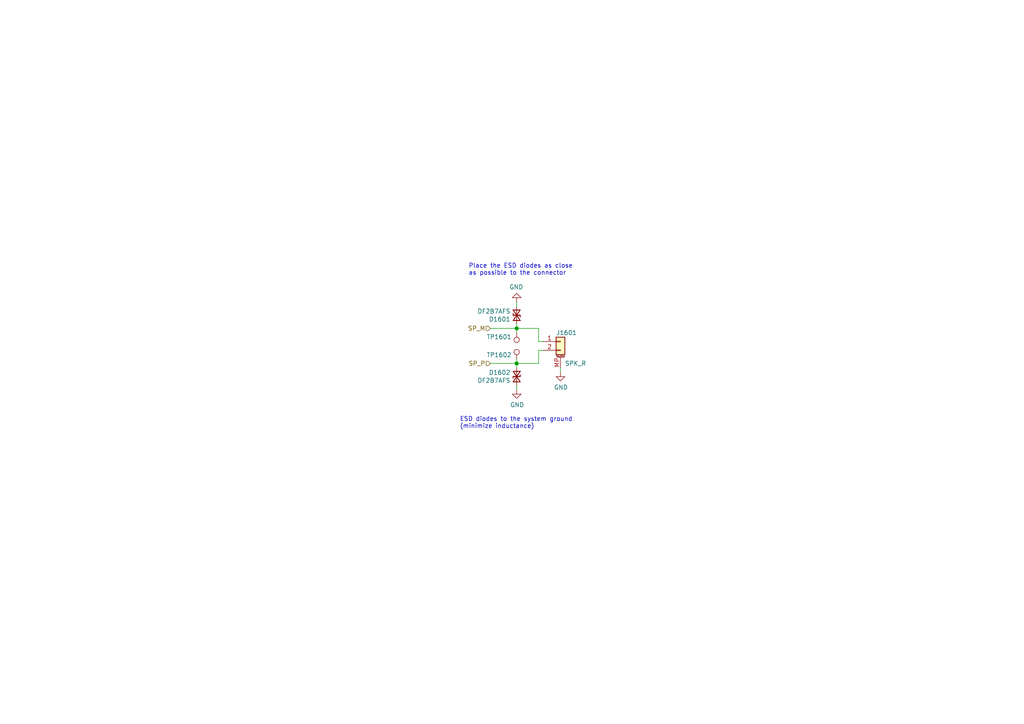
<source format=kicad_sch>
(kicad_sch (version 20210621) (generator eeschema)
  (paper "A4")
  (lib_symbols
    (symbol "Connector_Generic_MountingPin:Conn_01x02_MountingPin" (pin_names (offset 1.016) hide)
      (property "Reference" "J" (at 0 2.54 0))
      (property "Value" "Conn_01x02_MountingPin" (at 1.27 -5.08 0))
      (symbol "Conn_01x02_MountingPin_1_1"
        (text "Mounting" (at 0 -4.191 0) (effects (font (size 0.381 0.381))))
        (rectangle (start -1.27 -2.413) (end 0 -2.667) (stroke (width 0.1524)))
        (rectangle (start -1.27 0.127) (end 0 -0.127) (stroke (width 0.1524)))
        (rectangle (start -1.27 1.27) (end 1.27 -3.81) (stroke (width 0.254)) (fill (type background)))
        (polyline (pts (xy -1.016 -4.572) (xy 1.016 -4.572)) (stroke (width 0.1524)))
        (pin passive line (at -5.08 0 0) (length 3.81) (name "Pin_1") (number "1"))
        (pin passive line (at -5.08 -2.54 0) (length 3.81) (name "Pin_2") (number "2"))
        (pin passive line (at 0 -7.62 90) (length 3.048) (name "MountPin") (number "MP"))
      )
    )
    (symbol "DIYPie:D_TVS_BIDIR" (pin_numbers hide) (pin_names (offset 0.254) hide)
      (property "Reference" "D" (at 0.762 2.286 0))
      (property "Value" "D_TVS_BIDIR" (at 0 -2.286 0))
      (symbol "D_TVS_BIDIR_0_1"
        (polyline (pts (xy 1.524 0) (xy 0 0)))
        (polyline (pts (xy 0.508 1.016) (xy 0 1.016) (xy 0 -1.016)) (stroke (width 0.254)))
        (polyline (pts (xy 1.524 1.016) (xy 0 0) (xy 1.524 -1.016) (xy 1.524 1.016)) (stroke (width 0.254)))
      )
      (symbol "D_TVS_BIDIR_1_1"
        (polyline (pts (xy -1.524 0) (xy 0 0)))
        (polyline (pts (xy -0.508 -1.016) (xy 0 -1.016) (xy 0 1.016)) (stroke (width 0.254)))
        (polyline (pts (xy -1.524 -1.016) (xy 0 0) (xy -1.524 1.016) (xy -1.524 -1.016)) (stroke (width 0.254)))
        (pin passive line (at -2.54 0 0) (length 1.778) (name "A") (number "1"))
        (pin passive line (at 2.54 0 180) (length 1.778) (name "A") (number "2"))
      )
    )
    (symbol "DIYPie:TestPoint" (pin_numbers hide) (pin_names (offset 0.762) hide)
      (property "Reference" "TP" (at 0 5.588 0))
      (property "Value" "TestPoint" (at 0 3.81 0))
      (symbol "TestPoint_0_1"
        (circle (center 0 2.032) (radius 0.762))
      )
      (symbol "TestPoint_1_1"
        (pin passive line (at 0 0 90) (length 1.27) (name "1") (number "1"))
      )
    )
    (symbol "power:GND" (power) (pin_names (offset 0))
      (property "Value" "GND" (at 0 -3.81 0))
      (symbol "GND_0_1"
        (polyline (pts (xy 0 0) (xy 0 -1.27) (xy 1.27 -1.27) (xy 0 -2.54) (xy -1.27 -1.27) (xy 0 -1.27)))
      )
      (symbol "GND_1_1"
        (pin power_in line (at 0 0 270) (length 0) hide (name "GND") (number "1"))
      )
    )
  )
  (junction (at 149.86 95.25) (diameter 1.016))
  (junction (at 149.86 105.41) (diameter 1.016))
  (wire (pts (xy 142.24 95.25) (xy 149.86 95.25)))
  (wire (pts (xy 142.24 105.41) (xy 149.86 105.41)))
  (wire (pts (xy 149.86 87.63) (xy 149.86 88.9)))
  (wire (pts (xy 149.86 93.98) (xy 149.86 95.25)))
  (wire (pts (xy 149.86 95.25) (xy 149.86 96.52)))
  (wire (pts (xy 149.86 95.25) (xy 156.21 95.25)))
  (wire (pts (xy 149.86 105.41) (xy 149.86 104.14)))
  (wire (pts (xy 149.86 105.41) (xy 156.21 105.41)))
  (wire (pts (xy 149.86 106.68) (xy 149.86 105.41)))
  (wire (pts (xy 149.86 113.03) (xy 149.86 111.76)))
  (wire (pts (xy 156.21 95.25) (xy 156.21 99.06)))
  (wire (pts (xy 156.21 99.06) (xy 157.48 99.06)))
  (wire (pts (xy 156.21 101.6) (xy 157.48 101.6)))
  (wire (pts (xy 156.21 105.41) (xy 156.21 101.6)))
  (wire (pts (xy 162.56 106.68) (xy 162.56 107.95)))
  (text "ESD diodes to the system ground\n(minimize inductance)" (at 133.35 124.46 0) (effects (font (size 1.27 1.27)) (justify left bottom)))
  (text "Place the ESD diodes as close \nas possible to the connector" (at 135.89 80.01 0) (effects (font (size 1.27 1.27)) (justify left bottom)))
  (hierarchical_label "SP_M" (shape input) (at 142.24 95.25 180))
  (hierarchical_label "SP_P" (shape input) (at 142.24 105.41 180))
  (symbol (lib_id "DIYPie:TestPoint") (at 149.86 96.52 180)
    (property "Reference" "TP1601" (at 148.3868 97.7138 0) (effects (justify left)))
    (property "Value" "TestPoint" (effects hide))
    (property "Footprint" "DIYPie:TestPoint_Pad_D1.5mm" (effects hide))
    (property "Description" "Generic testpoint" (effects hide))
  )
  (symbol (lib_id "DIYPie:TestPoint") (at 149.86 104.14 0)
    (property "Reference" "TP1602" (at 148.3868 102.9462 0) (effects (justify right)))
    (property "Value" "TestPoint" (effects hide))
    (property "Footprint" "DIYPie:TestPoint_Pad_D1.5mm" (effects hide))
    (property "Description" "Generic testpoint" (effects hide))
  )
  (symbol (lib_id "power:GND") (at 149.86 87.63 180)
    (property "Reference" "#PWR01601" (effects hide))
    (property "Value" "GND" (at 149.733 83.2358 0))
  )
  (symbol (lib_id "power:GND") (at 149.86 113.03 0)
    (property "Reference" "#PWR01602" (effects hide))
    (property "Value" "GND" (at 149.987 117.4242 0))
  )
  (symbol (lib_id "power:GND") (at 162.56 107.95 0)
    (property "Reference" "#PWR01603" (effects hide))
    (property "Value" "GND" (at 162.687 112.3442 0))
  )
  (symbol (lib_id "DIYPie:D_TVS_BIDIR") (at 149.86 91.44 270)
    (property "Reference" "D1601" (at 148.082 92.6084 90) (effects (justify right)))
    (property "Value" "DF2B7AFS" (at 148.082 90.297 90) (effects (justify right)))
    (property "Footprint" "DIYPie:D_SOD-923" (effects hide))
    (property "Datasheet" "https://eu.mouser.com/datasheet/2/408/DF2B7AFS_datasheet_en_20180110-1128342.pdf" (effects hide))
    (property "Description" "ESD Suppressors / TVS Diodes ESD protection diode 10pF 6.8V" (effects hide))
    (property "Manufacturer" "Toshiba" (effects hide))
    (property "Manufacturer_PN" "DF2B7AFS,L3M" (effects hide))
    (property "Mouser_PN" "757-DF2B7AFSL3M" (effects hide))
    (property "Mouser_PL" "https://eu.mouser.com/ProductDetail/Toshiba/DF2B7AFSL3M?qs=HXFqYaX1Q2xalo%2F5L5PbLA%3D%3D" (effects hide))
  )
  (symbol (lib_id "DIYPie:D_TVS_BIDIR") (at 149.86 109.22 270) (mirror x)
    (property "Reference" "D1602" (at 148.082 108.0516 90) (effects (justify right)))
    (property "Value" "DF2B7AFS" (at 148.082 110.363 90) (effects (justify right)))
    (property "Footprint" "DIYPie:D_SOD-923" (effects hide))
    (property "Datasheet" "https://eu.mouser.com/datasheet/2/408/DF2B7AFS_datasheet_en_20180110-1128342.pdf" (effects hide))
    (property "Description" "ESD Suppressors / TVS Diodes ESD protection diode 10pF 6.8V" (effects hide))
    (property "Manufacturer" "Toshiba" (effects hide))
    (property "Manufacturer_PN" "DF2B7AFS,L3M" (effects hide))
    (property "Mouser_PN" "757-DF2B7AFSL3M" (effects hide))
    (property "Mouser_PL" "https://eu.mouser.com/ProductDetail/Toshiba/DF2B7AFSL3M?qs=HXFqYaX1Q2xalo%2F5L5PbLA%3D%3D" (effects hide))
  )
  (symbol (lib_id "Connector_Generic_MountingPin:Conn_01x02_MountingPin") (at 162.56 99.06 0)
    (property "Reference" "J1601" (at 161.29 96.52 0) (effects (justify left)))
    (property "Value" "SPK_R" (at 163.83 105.41 0) (effects (justify left)))
    (property "Footprint" "DIYPie:MOLEX_533980267" (effects hide))
    (property "Datasheet" "https://www.molex.com/pdm_docs/sd/533980267_sd.pdf" (effects hide))
    (property "Description" "1.25mm Pitch, PicoBlade PCB Header, Single Row, Vertical, Surface Mount, Tin (Sn) Plating, Friction Lock, 2 Circuits, Tape and Reel, 0.60mm PC Tail Length, with Cover " (effects hide))
    (property "Manufacturer" "Molex" (effects hide))
    (property "Manufacturer_PN" "533980267" (effects hide))
    (property "Mouser_PN" "538-53398-0267" (effects hide))
    (property "Mouser_PL" "https://eu.mouser.com/ProductDetail/Molex/53398-0267?qs=%2Fha2pyFadujWEgEg%2FZFe7P2whNSUf2YVDIxpGyJynVI%3D" (effects hide))
  )
)
</source>
